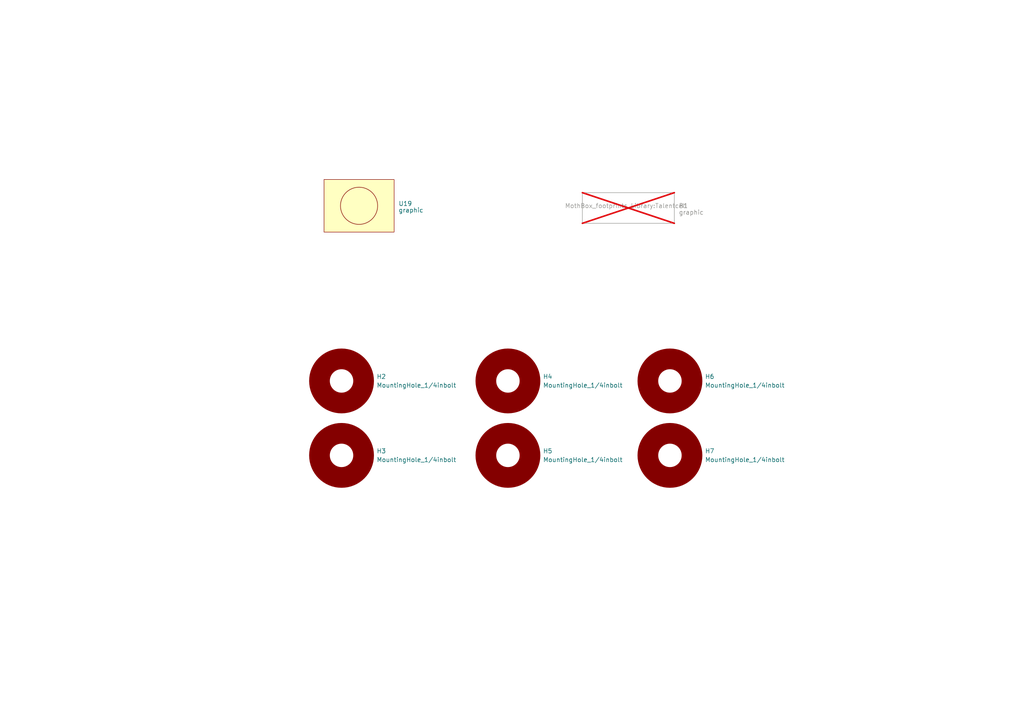
<source format=kicad_sch>
(kicad_sch (version 20250114) (generator "eeschema") (generator_version "9.0")
  (paper "A4")
  (title_block (title "MothBox") (date "2025-11-14") (rev "5.0.3") (company "Digital Naturalism Laboritories") (comment 1 "and Parkview"))
  (lib_symbols
    (symbol "MothBox_Symbol_Library:MountingHole_1/4inbolt" (pin_names (offset 1.016)) (in_bom no)
      (property "Reference" "H" (at 0 5.08 0))
      (property "Value" "MountingHole_1/4inbolt" (at 0 3.175 0))
      (symbol "MountingHole_1/4inbolt_0_1"
        (circle (center 0 0) (radius 6.4) (stroke (width 6)))
      )
    )
    (symbol "MothBox_Symbol_Library:Talentcell" (in_bom no)
      (property "Reference" "B" (at 0 0 0))
      (symbol "Talentcell_0_1"
        (rectangle (start -12.7 3.81) (end 13.97 -5.08))
      )
    )
    (symbol "MothBox_Symbol_Library:camera2"
      (property "Reference" "U" (at 0 8.636 0))
      (symbol "camera2_0_1"
        (circle (center 0 0) (radius 5.3882))
      )
      (symbol "camera2_1_1"
        (rectangle (start -10.16 7.62) (end 10.16 -7.62) (fill (type background)))
      )
    )
  )
  (symbol (lib_id "MothBox_Symbol_Library:MountingHole_1/4inbolt") (at 147.32 110.49 0) (unit 1) (in_bom no)
    (property "Reference" "H4" (at 157.48 109.2199 0) (effects (justify left)))
    (property "Value" "MountingHole_1/4inbolt" (at 157.48 111.7599 0) (effects (justify left)))
    (property "Footprint" "MothBox_footprints_Library:MountingHole_6.4mm_M6_Pad" (effects (hide yes)))
    (property "Description" "Mounting Hole without connection" (effects (hide yes)))
  )
  (symbol (lib_id "MothBox_Symbol_Library:MountingHole_1/4inbolt") (at 147.32 132.08 0) (unit 1) (in_bom no)
    (property "Reference" "H5" (at 157.48 130.8099 0) (effects (justify left)))
    (property "Value" "MountingHole_1/4inbolt" (at 157.48 133.3499 0) (effects (justify left)))
    (property "Footprint" "MothBox_footprints_Library:MountingHole_6.4mm_M6_Pad" (effects (hide yes)))
    (property "Description" "Mounting Hole without connection" (effects (hide yes)))
  )
  (symbol (lib_id "MothBox_Symbol_Library:camera2") (at 104.14 59.69 0) (unit 1) (in_bom no)
    (property "Reference" "U19" (at 115.57 59.0549 0) (effects (justify left)))
    (property "Value" "graphic" (at 115.57 60.96 0) (effects (justify left)))
    (property "Footprint" "MothBox_footprints_Library:Arducam Owlsight" (effects (hide yes)))
  )
  (symbol (lib_id "MothBox_Symbol_Library:MountingHole_1/4inbolt") (at 99.06 110.49 0) (unit 1) (in_bom no)
    (property "Reference" "H2" (at 109.22 109.2199 0) (effects (justify left)))
    (property "Value" "MountingHole_1/4inbolt" (at 109.22 111.7599 0) (effects (justify left)))
    (property "Footprint" "MothBox_footprints_Library:MountingHole_6.4mm_M6_Pad" (effects (hide yes)))
    (property "Description" "Mounting Hole without connection" (effects (hide yes)))
  )
  (symbol (lib_id "MothBox_Symbol_Library:MountingHole_1/4inbolt") (at 99.06 132.08 0) (unit 1) (in_bom no)
    (property "Reference" "H3" (at 109.22 130.8099 0) (effects (justify left)))
    (property "Value" "MountingHole_1/4inbolt" (at 109.22 133.3499 0) (effects (justify left)))
    (property "Footprint" "MothBox_footprints_Library:MountingHole_6.4mm_M6_Pad" (effects (hide yes)))
    (property "Description" "Mounting Hole without connection" (effects (hide yes)))
  )
  (symbol (lib_id "MothBox_Symbol_Library:MountingHole_1/4inbolt") (at 194.31 132.08 0) (unit 1) (in_bom no)
    (property "Reference" "H7" (at 204.47 130.8099 0) (effects (justify left)))
    (property "Value" "MountingHole_1/4inbolt" (at 204.47 133.3499 0) (effects (justify left)))
    (property "Footprint" "MothBox_footprints_Library:MountingHole_6.4mm_M6_Pad" (effects (hide yes)))
    (property "Description" "Mounting Hole without connection" (effects (hide yes)))
  )
  (symbol (lib_id "MothBox_Symbol_Library:MountingHole_1/4inbolt") (at 194.31 110.49 0) (unit 1) (in_bom no)
    (property "Reference" "H6" (at 204.47 109.2199 0) (effects (justify left)))
    (property "Value" "MountingHole_1/4inbolt" (at 204.47 111.7599 0) (effects (justify left)))
    (property "Footprint" "MothBox_footprints_Library:MountingHole_6.4mm_M6_Pad" (effects (hide yes)))
    (property "Description" "Mounting Hole without connection" (effects (hide yes)))
  )
  (symbol (lib_id "MothBox_Symbol_Library:Talentcell") (at 181.61 59.69 0) (unit 1) (exclude_from_sim yes) (in_bom no) (dnp yes)
    (property "Reference" "B1" (at 196.85 59.6899 0) (effects (justify left)))
    (property "Value" "graphic" (at 196.85 61.595 0) (effects (justify left)))
    (property "Footprint" "MothBox_footprints_Library:Talentcell" (at 181.61 59.69 0))
  )
)
</source>
